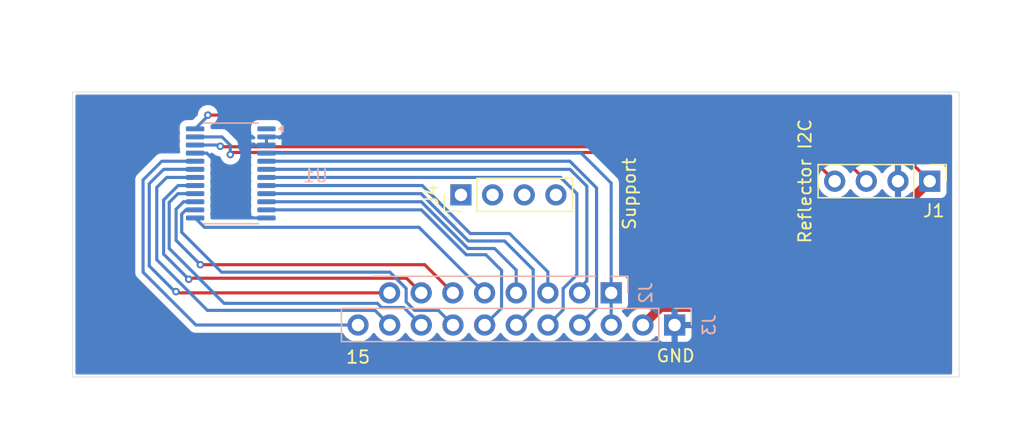
<source format=kicad_pcb>
(kicad_pcb (version 20240108) (generator "pcbnew") (generator_version "8.0")
  (layers (0 "F.Cu" signal) (31 "B.Cu" signal) (34 "B.Paste" user) (35 "F.Paste" user) (36 "B.SilkS" user "B.Silkscreen") (37 "F.SilkS" user "F.Silkscreen") (38 "B.Mask" user) (39 "F.Mask" user) (44 "Edge.Cuts" user))
  (net 0 "")
  (net 1 "+3V3")
  (net 2 "/SCL")
  (net 3 "GND")
  (net 4 "/SDA")
  (net 5 "/14")
  (net 6 "/8")
  (net 7 "/2")
  (net 8 "/LED_ctrl")
  (net 9 "/6")
  (net 10 "/10")
  (net 11 "/4")
  (net 12 "/12")
  (net 13 "/9")
  (net 14 "/1")
  (net 15 "/11")
  (net 16 "/15")
  (net 17 "/7")
  (net 18 "/3")
  (net 19 "/5")
  (net 20 "/13")
  (footprint "Connector_PinHeader_2.54mm:PinHeader_1x04_P2.54mm_Vertical" (layer "F.Cu") (at 166.7 96 -90)
    (property "Reference" "J1" (at 2.3742 -0.3304 180) (layer "F.SilkS"))
    (property "Value" "Reflector I2C")
    (fp_line (start -1.33 8.95) (end 1.33 8.95) (stroke (width 0.12)) (layer "F.SilkS"))
    (fp_line (start -1.33 1.27) (end -1.33 8.95) (stroke (width 0.12)) (layer "F.SilkS"))
    (fp_line (start -1.33 1.27) (end 1.33 1.27) (stroke (width 0.12)) (layer "F.SilkS"))
    (fp_line (start 1.33 1.27) (end 1.33 8.95) (stroke (width 0.12)) (layer "F.SilkS"))
    (fp_line (start -1.33 0) (end -1.33 -1.33) (stroke (width 0.12)) (layer "F.SilkS"))
    (fp_line (start -1.33 -1.33) (end 0 -1.33) (stroke (width 0.12)) (layer "F.SilkS"))
    (pad "1" thru_hole rect (at 0 0 270) (size 1.7 1.7) (drill 1) (layers "*.Cu" "*.Mask") (net 1 "+3V3"))
    (pad "2" thru_hole oval (at 0 2.54 270) (size 1.7 1.7) (drill 1) (layers "*.Cu" "*.Mask") (net 3 "GND"))
    (pad "3" thru_hole oval (at 0 5.08 270) (size 1.7 1.7) (drill 1) (layers "*.Cu" "*.Mask") (net 2 "/SCL"))
    (pad "4" thru_hole oval (at 0 7.62 270) (size 1.7 1.7) (drill 1) (layers "*.Cu" "*.Mask") (net 4 "/SDA"))
  )
  (footprint "Connector_PinHeader_2.54mm:PinHeader_1x04_P2.54mm_Vertical" (layer "F.Cu") (at 129.1 97.1 90)
    (property "Reference" "J4" (at 0 -2.33 90) (layer "F.SilkS"))
    (property "Value" "Support")
    (fp_line (start -1.33 -1.33) (end 0 -1.33) (stroke (width 0.12)) (layer "F.SilkS"))
    (fp_line (start -1.33 0) (end -1.33 -1.33) (stroke (width 0.12)) (layer "F.SilkS"))
    (fp_line (start 1.33 1.27) (end 1.33 8.95) (stroke (width 0.12)) (layer "F.SilkS"))
    (fp_line (start -1.33 1.27) (end 1.33 1.27) (stroke (width 0.12)) (layer "F.SilkS"))
    (fp_line (start -1.33 1.27) (end -1.33 8.95) (stroke (width 0.12)) (layer "F.SilkS"))
    (fp_line (start -1.33 8.95) (end 1.33 8.95) (stroke (width 0.12)) (layer "F.SilkS"))
    (pad "1" thru_hole rect (at 0 0 90) (size 1.7 1.7) (drill 1) (layers "*.Cu" "*.Mask"))
    (pad "2" thru_hole oval (at 0 2.54 90) (size 1.7 1.7) (drill 1) (layers "*.Cu" "*.Mask"))
    (pad "3" thru_hole oval (at 0 5.08 90) (size 1.7 1.7) (drill 1) (layers "*.Cu" "*.Mask"))
    (pad "4" thru_hole oval (at 0 7.62 90) (size 1.7 1.7) (drill 1) (layers "*.Cu" "*.Mask"))
  )
  (footprint "Connector_PinSocket_2.54mm:PinSocket_1x08_P2.54mm_Vertical" (layer "B.Cu") (at 141.154 104.959999 90)
    (property "Reference" "J2" (at 0 2.77 -90) (layer "B.SilkS") (effects (justify mirror)))
    (property "Value" "Conn_QTRX_Top_Row")
    (fp_line (start 1.33 -19.11) (end 1.33 -1.27) (stroke (width 0.12)) (layer "B.SilkS"))
    (fp_line (start 1.33 0) (end 1.33 1.33) (stroke (width 0.12)) (layer "B.SilkS"))
    (fp_line (start 1.33 1.33) (end 0 1.33) (stroke (width 0.12)) (layer "B.SilkS"))
    (pad "1" thru_hole rect (at 0 0 90) (size 1.7 1.7) (drill 1) (layers "*.Cu" "*.Mask") (net 8 "/LED_ctrl"))
    (pad "2" thru_hole oval (at 0 -2.54 90) (size 1.7 1.7) (drill 1) (layers "*.Cu" "*.Mask") (net 7 "/2"))
    (pad "3" thru_hole oval (at 0 -5.08 90) (size 1.7 1.7) (drill 1) (layers "*.Cu" "*.Mask") (net 11 "/4"))
    (pad "4" thru_hole oval (at 0 -7.62 90) (size 1.7 1.7) (drill 1) (layers "*.Cu" "*.Mask") (net 9 "/6"))
    (pad "5" thru_hole oval (at 0 -10.16 90) (size 1.7 1.7) (drill 1) (layers "*.Cu" "*.Mask") (net 6 "/8"))
    (pad "6" thru_hole oval (at 0 -12.7 90) (size 1.7 1.7) (drill 1) (layers "*.Cu" "*.Mask") (net 10 "/10"))
    (pad "7" thru_hole oval (at 0 -15.24 90) (size 1.7 1.7) (drill 1) (layers "*.Cu" "*.Mask") (net 12 "/12"))
    (pad "8" thru_hole oval (at 0 -17.78 90) (size 1.7 1.7) (drill 1) (layers "*.Cu" "*.Mask") (net 5 "/14"))
  )
  (footprint "Connector_PinSocket_2.54mm:PinSocket_1x11_P2.54mm_Vertical" (layer "B.Cu") (at 146.242262 107.537642 90)
    (property "Reference" "J3" (at 0 2.77 90) (layer "B.SilkS") (effects (justify mirror)))
    (property "Value" "Conn_QTRX_Bot_Row")
    (fp_line (start 1.33 -26.73) (end -1.33 -26.73) (stroke (width 0.12)) (layer "B.SilkS"))
    (fp_line (start 1.33 -26.73) (end 1.33 -1.27) (stroke (width 0.12)) (layer "B.SilkS"))
    (fp_line (start -1.33 -26.73) (end -1.33 -1.27) (stroke (width 0.12)) (layer "B.SilkS"))
    (fp_line (start 1.33 -1.27) (end -1.33 -1.27) (stroke (width 0.12)) (layer "B.SilkS"))
    (fp_line (start 1.33 0) (end 1.33 1.33) (stroke (width 0.12)) (layer "B.SilkS"))
    (fp_line (start 1.33 1.33) (end 0 1.33) (stroke (width 0.12)) (layer "B.SilkS"))
    (pad "1" thru_hole rect (at 0 0 90) (size 1.7 1.7) (drill 1) (layers "*.Cu" "*.Mask") (net 3 "GND"))
    (pad "2" thru_hole oval (at 0 -2.54 90) (size 1.7 1.7) (drill 1) (layers "*.Cu" "*.Mask") (net 1 "+3V3"))
    (pad "3" thru_hole oval (at 0 -5.08 90) (size 1.7 1.7) (drill 1) (layers "*.Cu" "*.Mask") (net 8 "/LED_ctrl"))
    (pad "4" thru_hole oval (at 0 -7.62 90) (size 1.7 1.7) (drill 1) (layers "*.Cu" "*.Mask") (net 14 "/1"))
    (pad "5" thru_hole oval (at 0 -10.16 90) (size 1.7 1.7) (drill 1) (layers "*.Cu" "*.Mask") (net 18 "/3"))
    (pad "6" thru_hole oval (at 0 -12.7 90) (size 1.7 1.7) (drill 1) (layers "*.Cu" "*.Mask") (net 19 "/5"))
    (pad "7" thru_hole oval (at 0 -15.24 90) (size 1.7 1.7) (drill 1) (layers "*.Cu" "*.Mask") (net 17 "/7"))
    (pad "8" thru_hole oval (at 0 -17.78 90) (size 1.7 1.7) (drill 1) (layers "*.Cu" "*.Mask") (net 13 "/9"))
    (pad "9" thru_hole oval (at 0 -20.32 90) (size 1.7 1.7) (drill 1) (layers "*.Cu" "*.Mask") (net 15 "/11"))
    (pad "10" thru_hole oval (at 0 -22.86 90) (size 1.7 1.7) (drill 1) (layers "*.Cu" "*.Mask") (net 20 "/13"))
    (pad "11" thru_hole oval (at 0 -25.4 90) (size 1.7 1.7) (drill 1) (layers "*.Cu" "*.Mask") (net 16 "/15"))
  )
  (footprint "Package_SO:TSSOP-24_4.4x7.8mm_P0.65mm" (layer "B.Cu") (at 110.6375 95.375 180)
    (property "Reference" "U1" (at -6.8 -0.2 0) (layer "B.SilkS") (effects (justify mirror)))
    (property "Value" "TCA9555PWR")
    (fp_line (start 2.2 4.035) (end 0 4.035) (stroke (width 0.12)) (layer "B.SilkS"))
    (fp_line (start 2.2 -4.035) (end 0 -4.035) (stroke (width 0.12)) (layer "B.SilkS"))
    (fp_line (start -2.2 4.035) (end 0 4.035) (stroke (width 0.12)) (layer "B.SilkS"))
    (fp_line (start -2.2 -4.035) (end 0 -4.035) (stroke (width 0.12)) (layer "B.SilkS"))
    (fp_poly (pts (xy -3.86 3.575) (xy -4.19 3.815) (xy -4.19 3.335) (xy -3.86 3.575)) (stroke (width 0.12)) (fill solid) (layer "B.SilkS"))
    (pad "1" smd roundrect (at -2.8625 3.575 180) (size 1.475 0.4) (layers "B.Cu" "B.Paste" "B.Mask"))
    (pad "2" smd roundrect (at -2.8625 2.925 180) (size 1.475 0.4) (layers "B.Cu" "B.Paste" "B.Mask") (net 3 "GND"))
    (pad "3" smd roundrect (at -2.8625 2.275 180) (size 1.475 0.4) (layers "B.Cu" "B.Paste" "B.Mask") (net 3 "GND"))
    (pad "4" smd roundrect (at -2.8625 1.625 180) (size 1.475 0.4) (layers "B.Cu" "B.Paste" "B.Mask") (net 8 "/LED_ctrl"))
    (pad "5" smd roundrect (at -2.8625 0.975 180) (size 1.475 0.4) (layers "B.Cu" "B.Paste" "B.Mask") (net 14 "/1"))
    (pad "6" smd roundrect (at -2.8625 0.325 180) (size 1.475 0.4) (layers "B.Cu" "B.Paste" "B.Mask") (net 7 "/2"))
    (pad "7" smd roundrect (at -2.8625 -0.325 180) (size 1.475 0.4) (layers "B.Cu" "B.Paste" "B.Mask") (net 18 "/3"))
    (pad "8" smd roundrect (at -2.8625 -0.975 180) (size 1.475 0.4) (layers "B.Cu" "B.Paste" "B.Mask") (net 11 "/4"))
    (pad "9" smd roundrect (at -2.8625 -1.625 180) (size 1.475 0.4) (layers "B.Cu" "B.Paste" "B.Mask") (net 19 "/5"))
    (pad "10" smd roundrect (at -2.8625 -2.275 180) (size 1.475 0.4) (layers "B.Cu" "B.Paste" "B.Mask") (net 9 "/6"))
    (pad "11" smd roundrect (at -2.8625 -2.925 180) (size 1.475 0.4) (layers "B.Cu" "B.Paste" "B.Mask") (net 17 "/7"))
    (pad "12" smd roundrect (at -2.8625 -3.575 180) (size 1.475 0.4) (layers "B.Cu" "B.Paste" "B.Mask") (net 3 "GND"))
    (pad "13" smd roundrect (at 2.8625 -3.575 180) (size 1.475 0.4) (layers "B.Cu" "B.Paste" "B.Mask") (net 6 "/8"))
    (pad "14" smd roundrect (at 2.8625 -2.925 180) (size 1.475 0.4) (layers "B.Cu" "B.Paste" "B.Mask") (net 13 "/9"))
    (pad "15" smd roundrect (at 2.8625 -2.275 180) (size 1.475 0.4) (layers "B.Cu" "B.Paste" "B.Mask") (net 10 "/10"))
    (pad "16" smd roundrect (at 2.8625 -1.625 180) (size 1.475 0.4) (layers "B.Cu" "B.Paste" "B.Mask") (net 15 "/11"))
    (pad "17" smd roundrect (at 2.8625 -0.975 180) (size 1.475 0.4) (layers "B.Cu" "B.Paste" "B.Mask") (net 12 "/12"))
    (pad "18" smd roundrect (at 2.8625 -0.325 180) (size 1.475 0.4) (layers "B.Cu" "B.Paste" "B.Mask") (net 20 "/13"))
    (pad "19" smd roundrect (at 2.8625 0.325 180) (size 1.475 0.4) (layers "B.Cu" "B.Paste" "B.Mask") (net 5 "/14"))
    (pad "20" smd roundrect (at 2.8625 0.975 180) (size 1.475 0.4) (layers "B.Cu" "B.Paste" "B.Mask") (net 16 "/15"))
    (pad "21" smd roundrect (at 2.8625 1.625 180) (size 1.475 0.4) (layers "B.Cu" "B.Paste" "B.Mask") (net 3 "GND"))
    (pad "22" smd roundrect (at 2.8625 2.275 180) (size 1.475 0.4) (layers "B.Cu" "B.Paste" "B.Mask") (net 2 "/SCL"))
    (pad "23" smd roundrect (at 2.8625 2.925 180) (size 1.475 0.4) (layers "B.Cu" "B.Paste" "B.Mask") (net 4 "/SDA"))
    (pad "24" smd roundrect (at 2.8625 3.575 180) (size 1.475 0.4) (layers "B.Cu" "B.Paste" "B.Mask") (net 1 "+3V3"))
  )
  (gr_rect (start 97.9424 88.8492) (end 169.0624 111.7092) (stroke (width 0.05)) (fill none) (layer "Edge.Cuts"))
  (gr_text "15" (at 119.8 110.7 0) (layer "F.SilkS") (effects (font (size 1 1) (thickness 0.1524)) (justify left bottom)))
  (gr_text "Reflector I2C" (at 156.7 96 90) (layer "F.SilkS") (effects (font (size 1 1) (thickness 0.1524))))
  (gr_text "Support" (at 143.2 100 90) (layer "F.SilkS") (effects (font (size 1 1) (thickness 0.1524)) (justify left bottom)))
  (gr_text "GND" (at 144.7 110.6 0) (layer "F.SilkS") (effects (font (size 1 1) (thickness 0.1524)) (justify left bottom)))
  (segment (start 145.127293 106.112611) (end 143.702262 107.537642) (width 0.750062) (layer "F.Cu") (net 1))
  (segment (start 108.8 90.7) (end 161.4 90.7) (width 0.249936) (layer "F.Cu") (net 1))
  (segment (start 156.587389 106.112611) (end 145.127293 106.112611) (width 0.750062) (layer "F.Cu") (net 1))
  (segment (start 166.7 96) (end 156.587389 106.112611) (width 0.750062) (layer "F.Cu") (net 1))
  (segment (start 161.4 90.7) (end 166.7 96) (width 0.249936) (layer "F.Cu") (net 1))
  (via (at 108.8 90.7) (size 0.6) (drill 0.3) (layers "F.Cu" "B.Cu") (net 1))
  (segment (start 108.8 90.775) (end 108.8 90.7) (width 0.249936) (layer "B.Cu") (net 1))
  (segment (start 107.775 91.8) (end 108.8 90.775) (width 0.249936) (layer "B.Cu") (net 1))
  (segment (start 161.62 96) (end 158.86 93.24) (width 0.249936) (layer "F.Cu") (net 2))
  (segment (start 109.84 93.24) (end 158.86 93.24) (width 0.249936) (layer "F.Cu") (net 2))
  (segment (start 109.8 93.2) (end 109.84 93.24) (width 0.249936) (layer "F.Cu") (net 2))
  (via (at 109.8 93.2) (size 0.6) (drill 0.3) (layers "F.Cu" "B.Cu") (net 2))
  (segment (start 109.7 93.1) (end 107.775 93.1) (width 0.249936) (layer "B.Cu") (net 2))
  (segment (start 109.8 93.2) (end 109.7 93.1) (width 0.249936) (layer "B.Cu") (net 2))
  (segment (start 113.5 93.1) (end 113.5 92.45) (width 0.249936) (layer "B.Cu") (net 3))
  (segment (start 108.7106 93.75) (end 109.8804 94.9198) (width 0.249936) (layer "B.Cu") (net 3))
  (segment (start 113.5 93.1) (end 111.9796 93.1) (width 0.249936) (layer "B.Cu") (net 3))
  (segment (start 113.5 92.45) (end 115.056 92.45) (width 0.249936) (layer "B.Cu") (net 3))
  (segment (start 115.056 92.45) (end 115.062 92.456) (width 0.249936) (layer "B.Cu") (net 3))
  (segment (start 113.5 98.95) (end 112.1326 98.95) (width 0.249936) (layer "B.Cu") (net 3))
  (segment (start 112.1326 98.95) (end 111.8616 98.679) (width 0.249936) (layer "B.Cu") (net 3))
  (segment (start 107.775 93.75) (end 108.7106 93.75) (width 0.249936) (layer "B.Cu") (net 3))
  (segment (start 111.9632 93.1164) (end 111.9796 93.1) (width 0.249936) (layer "B.Cu") (net 3))
  (segment (start 156.78 93.7) (end 110.6 93.7) (width 0.249936) (layer "F.Cu") (net 4))
  (segment (start 159.08 96) (end 156.78 93.7) (width 0.249936) (layer "F.Cu") (net 4))
  (segment (start 110.6 93.7) (end 110.6 93.864968) (width 0.249936) (layer "F.Cu") (net 4))
  (via (at 110.6 93.864968) (size 0.6) (drill 0.3) (layers "F.Cu" "B.Cu") (net 4))
  (segment (start 110.6 93.116161) (end 109.933839 92.45) (width 0.249936) (layer "B.Cu") (net 4))
  (segment (start 110.6 93.864968) (end 110.6 93.116161) (width 0.249936) (layer "B.Cu") (net 4))
  (segment (start 109.933839 92.45) (end 107.775 92.45) (width 0.249936) (layer "B.Cu") (net 4))
  (segment (start 106.14192 104.85808) (end 106.243839 104.959999) (width 0.249936) (layer "F.Cu") (net 5))
  (segment (start 106.343839 104.959999) (end 123.374 104.959999) (width 0.249936) (layer "F.Cu") (net 5))
  (via (at 106.24192 104.85808) (size 0.6) (drill 0.3) (layers "F.Cu" "B.Cu") (net 5))
  (segment (start 104.1 102.8) (end 106.1 104.8) (width 0.249936) (layer "B.Cu") (net 5))
  (segment (start 105.25 95.05) (end 104.1 96.2) (width 0.249936) (layer "B.Cu") (net 5))
  (segment (start 107.775 95.05) (end 105.35 95.05) (width 0.249936) (layer "B.Cu") (net 5))
  (segment (start 106.1 104.9) (end 106.14192 104.85808) (width 0.249936) (layer "B.Cu") (net 5))
  (segment (start 106.1 104.8) (end 106.1 104.9) (width 0.249936) (layer "B.Cu") (net 5))
  (segment (start 104.1 96.2) (end 104.1 102.8) (width 0.249936) (layer "B.Cu") (net 5))
  (segment (start 125.734001 99.7) (end 125.917001 99.882999) (width 0.249936) (layer "B.Cu") (net 6))
  (segment (start 125.734002 99.7) (end 125.917001 99.882999) (width 0.249936) (layer "B.Cu") (net 6))
  (segment (start 125.917001 99.882999) (end 130.994 104.959999) (width 0.249936) (layer "B.Cu") (net 6))
  (segment (start 108.525 99.7) (end 125.734001 99.7) (width 0.249936) (layer "B.Cu") (net 6))
  (segment (start 107.775 98.95) (end 108.525 99.7) (width 0.249936) (layer "B.Cu") (net 6))
  (segment (start 139.2 104) (end 138.614 104.586) (width 0.249936) (layer "B.Cu") (net 7))
  (segment (start 138.614 104.586) (end 138.614 104.959999) (width 0.249936) (layer "B.Cu") (net 7))
  (segment (start 137.85 95.05) (end 139.2 96.4) (width 0.249936) (layer "B.Cu") (net 7))
  (segment (start 139.2 96.4) (end 139.2 104) (width 0.249936) (layer "B.Cu") (net 7))
  (segment (start 113.5 95.05) (end 137.85 95.05) (width 0.249936) (layer "B.Cu") (net 7))
  (segment (start 141.154 107.52938) (end 141.162262 107.537642) (width 0.249936) (layer "B.Cu") (net 8))
  (segment (start 141.154 96.154) (end 141.154 104.959999) (width 0.249936) (layer "B.Cu") (net 8))
  (segment (start 138.75 93.75) (end 141.154 96.154) (width 0.249936) (layer "B.Cu") (net 8))
  (segment (start 113.5 93.75) (end 138.75 93.75) (width 0.249936) (layer "B.Cu") (net 8))
  (segment (start 141.154 104.959999) (end 141.154 107.52938) (width 0.249936) (layer "B.Cu") (net 8))
  (segment (start 113.5 97.65) (end 125.913694 97.65) (width 0.249936) (layer "B.Cu") (net 9))
  (segment (start 125.913694 97.65) (end 129.663694 101.4) (width 0.249936) (layer "B.Cu") (net 9))
  (segment (start 129.663694 101.4) (end 131.8 101.4) (width 0.249936) (layer "B.Cu") (net 9))
  (segment (start 133.534 103.134) (end 133.534 104.959999) (width 0.249936) (layer "B.Cu") (net 9))
  (segment (start 131.8 101.4) (end 133.534 103.134) (width 0.249936) (layer "B.Cu") (net 9))
  (segment (start 126.194001 102.7) (end 128.454 104.959999) (width 0.249936) (layer "F.Cu") (net 10))
  (segment (start 108.2 102.7) (end 126.194001 102.7) (width 0.249936) (layer "F.Cu") (net 10))
  (via (at 108.2 102.7) (size 0.6) (drill 0.3) (layers "F.Cu" "B.Cu") (net 10))
  (segment (start 107.775 97.65) (end 106.85 97.65) (width 0.249936) (layer "B.Cu") (net 10))
  (segment (start 106.250064 100.750064) (end 108.2 102.7) (width 0.249936) (layer "B.Cu") (net 10))
  (segment (start 106.250064 98.249936) (end 106.250064 100.750064) (width 0.249936) (layer "B.Cu") (net 10))
  (segment (start 106.85 97.65) (end 106.250064 98.249936) (width 0.249936) (layer "B.Cu") (net 10))
  (segment (start 113.5 96.35) (end 126.000064 96.35) (width 0.249936) (layer "B.Cu") (net 11))
  (segment (start 136.074 103.274) (end 136.074 104.959999) (width 0.249936) (layer "B.Cu") (net 11))
  (segment (start 129.850064 100.2) (end 133 100.2) (width 0.249936) (layer "B.Cu") (net 11))
  (segment (start 126.000064 96.35) (end 129.850064 100.2) (width 0.249936) (layer "B.Cu") (net 11))
  (segment (start 133 100.2) (end 136.074 103.274) (width 0.249936) (layer "B.Cu") (net 11))
  (segment (start 107.268153 103.868153) (end 107.351275 103.785031) (width 0.249936) (layer "F.Cu") (net 12))
  (segment (start 124.739032 103.785031) (end 125.914 104.959999) (width 0.249936) (layer "F.Cu") (net 12))
  (segment (start 107.351275 103.785031) (end 124.739032 103.785031) (width 0.249936) (layer "F.Cu") (net 12))
  (via (at 107.268153 103.868153) (size 0.6) (drill 0.3) (layers "F.Cu" "B.Cu") (net 12))
  (segment (start 106.413694 96.35) (end 105.250064 97.51363) (width 0.249936) (layer "B.Cu") (net 12))
  (segment (start 107.775 96.35) (end 106.413694 96.35) (width 0.249936) (layer "B.Cu") (net 12))
  (segment (start 105.250064 97.51363) (end 105.250064 101.850064) (width 0.249936) (layer "B.Cu") (net 12))
  (segment (start 105.250064 101.850064) (end 107.268153 103.868153) (width 0.249936) (layer "B.Cu") (net 12))
  (segment (start 107.037501 98.3) (end 106.7 98.637501) (width 0.249936) (layer "B.Cu") (net 13))
  (segment (start 106.7 98.637501) (end 106.7 100.1) (width 0.249936) (layer "B.Cu") (net 13))
  (segment (start 106.7 100.1) (end 109.9 103.3) (width 0.249936) (layer "B.Cu") (net 13))
  (segment (start 124.705957 105.685031) (end 125.3836 106.362674) (width 0.249936) (layer "B.Cu") (net 13))
  (segment (start 124.705957 104.605957) (end 124.705957 105.685031) (width 0.249936) (layer "B.Cu") (net 13))
  (segment (start 125.3836 106.362674) (end 127.287294 106.362674) (width 0.249936) (layer "B.Cu") (net 13))
  (segment (start 109.9 103.3) (end 123.4 103.3) (width 0.249936) (layer "B.Cu") (net 13))
  (segment (start 123.4 103.3) (end 124.705957 104.605957) (width 0.249936) (layer "B.Cu") (net 13))
  (segment (start 127.287294 106.362674) (end 128.462262 107.537642) (width 0.249936) (layer "B.Cu") (net 13))
  (segment (start 107.775 98.3) (end 107.037501 98.3) (width 0.249936) (layer "B.Cu") (net 13))
  (segment (start 139.979032 96.542726) (end 139.979032 106.180872) (width 0.249936) (layer "B.Cu") (net 14))
  (segment (start 113.5 94.4) (end 137.836306 94.4) (width 0.249936) (layer "B.Cu") (net 14))
  (segment (start 139.979032 106.180872) (end 138.622262 107.537642) (width 0.249936) (layer "B.Cu") (net 14))
  (segment (start 137.836306 94.4) (end 139.979032 96.542726) (width 0.249936) (layer "B.Cu") (net 14))
  (segment (start 122.4 105.8) (end 122.734967 106.134967) (width 0.249936) (layer "B.Cu") (net 15))
  (segment (start 122.734967 106.134967) (end 124.519587 106.134967) (width 0.249936) (layer "B.Cu") (net 15))
  (segment (start 106.4 97) (end 105.7 97.7) (width 0.249936) (layer "B.Cu") (net 15))
  (segment (start 105.7 101.4) (end 110.1 105.8) (width 0.249936) (layer "B.Cu") (net 15))
  (segment (start 105.7 97.7) (end 105.7 101.4) (width 0.249936) (layer "B.Cu") (net 15))
  (segment (start 124.519587 106.134967) (end 125.922262 107.537642) (width 0.249936) (layer "B.Cu") (net 15))
  (segment (start 110.1 105.8) (end 122.4 105.8) (width 0.249936) (layer "B.Cu") (net 15))
  (segment (start 107.775 97) (end 106.4 97) (width 0.249936) (layer "B.Cu") (net 15))
  (segment (start 103.6 103.2) (end 103.6 103.3) (width 0.249936) (layer "B.Cu") (net 16))
  (segment (start 103.6 103.3) (end 107.837642 107.537642) (width 0.249936) (layer "B.Cu") (net 16))
  (segment (start 103.6 103.2) (end 103.6 95.9) (width 0.249936) (layer "B.Cu") (net 16))
  (segment (start 103.6 95.9) (end 105.1 94.4) (width 0.249936) (layer "B.Cu") (net 16))
  (segment (start 107.837642 107.537642) (end 120.842262 107.537642) (width 0.249936) (layer "B.Cu") (net 16))
  (segment (start 107.775 94.4) (end 105.2 94.4) (width 0.249936) (layer "B.Cu") (net 16))
  (segment (start 129.527388 101.9) (end 131.1 101.9) (width 0.249936) (layer "B.Cu") (net 17))
  (segment (start 113.5 98.3) (end 125.927388 98.3) (width 0.249936) (layer "B.Cu") (net 17))
  (segment (start 131.1 101.9) (end 132.359032 103.159032) (width 0.249936) (layer "B.Cu") (net 17))
  (segment (start 125.927388 98.3) (end 129.527388 101.9) (width 0.249936) (layer "B.Cu") (net 17))
  (segment (start 132.359032 106.180872) (end 131.002262 107.537642) (width 0.249936) (layer "B.Cu") (net 17))
  (segment (start 132.359032 103.159032) (end 132.359032 106.180872) (width 0.249936) (layer "B.Cu") (net 17))
  (segment (start 137.3 106.319904) (end 136.082262 107.537642) (width 0.249936) (layer "B.Cu") (net 18))
  (segment (start 137.3 104.612343) (end 137.300001 104.612343) (width 0.249936) (layer "B.Cu") (net 18))
  (segment (start 137.300001 104.612343) (end 138.4 103.512344) (width 0.249936) (layer "B.Cu") (net 18))
  (segment (start 113.5 95.7) (end 137.1 95.7) (width 0.249936) (layer "B.Cu") (net 18))
  (segment (start 137.1 95.7) (end 138.4 97) (width 0.249936) (layer "B.Cu") (net 18))
  (segment (start 137.3 104.612343) (end 137.3 106.319904) (width 0.249936) (layer "B.Cu") (net 18))
  (segment (start 138.4 97) (end 138.4 103.512344) (width 0.249936) (layer "B.Cu") (net 18))
  (segment (start 125.9 97) (end 129.7 100.8) (width 0.249936) (layer "B.Cu") (net 19))
  (segment (start 113.5 97) (end 125.9 97) (width 0.249936) (layer "B.Cu") (net 19))
  (segment (start 129.7 100.8) (end 132.6 100.8) (width 0.249936) (layer "B.Cu") (net 19))
  (segment (start 134.899032 106.180872) (end 133.542262 107.537642) (width 0.249936) (layer "B.Cu") (net 19))
  (segment (start 134.899032 103.099032) (end 134.899032 106.180872) (width 0.249936) (layer "B.Cu") (net 19))
  (segment (start 132.6 100.8) (end 134.899032 103.099032) (width 0.249936) (layer "B.Cu") (net 19))
  (segment (start 107.775 95.7) (end 106.1 95.7) (width 0.249936) (layer "B.Cu") (net 20))
  (segment (start 104.7 96.5) (end 104.7 102.3) (width 0.249936) (layer "B.Cu") (net 20))
  (segment (start 122.207294 106.362674) (end 123.382262 107.537642) (width 0.249936) (layer "B.Cu") (net 20))
  (segment (start 105.5 95.7) (end 104.7 96.5) (width 0.249936) (layer "B.Cu") (net 20))
  (segment (start 104.7 102.3) (end 108.762674 106.362674) (width 0.249936) (layer "B.Cu") (net 20))
  (segment (start 106 95.7) (end 105.5 95.7) (width 0.249936) (layer "B.Cu") (net 20))
  (segment (start 108.762674 106.362674) (end 122.207294 106.362674) (width 0.249936) (layer "B.Cu") (net 20))
  (zone (net 3) (net_name "GND") (layer "B.Cu") (connect_pads (clearance 0.5)) (min_thickness 0.25) (fill yes (thermal_gap 0.5) (thermal_bridge_width 0.5) (island_removal_mode 2) (island_area_min 193.548))
    (polygon (pts (xy 98.1964 89.0524) (xy 168.4782 89.0524) (xy 168.5036 89.0778) (xy 168.5036 111.506) (xy 98.171 111.506) (xy 98.171 89.0778)))
  )
)
</source>
